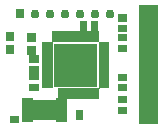
<source format=gbs>
G04 #@! TF.FileFunction,Soldermask,Bot*
%FSLAX46Y46*%
G04 Gerber Fmt 4.6, Leading zero omitted, Abs format (unit mm)*
G04 Created by KiCad (PCBNEW 4.0.4+e1-6308~48~ubuntu14.04.1-stable) date Sat Nov 26 19:44:48 2016*
%MOMM*%
%LPD*%
G01*
G04 APERTURE LIST*
%ADD10C,0.350000*%
G04 APERTURE END LIST*
D10*
G36*
X30276800Y-28491500D02*
X28702000Y-28491500D01*
X28702000Y-18433100D01*
X30276800Y-18433100D01*
X30276800Y-28491500D01*
X30276800Y-28491500D01*
G37*
G36*
X18535600Y-28392400D02*
X17735600Y-28392400D01*
X17735600Y-27792400D01*
X18535600Y-27792400D01*
X18535600Y-28392400D01*
X18535600Y-28392400D01*
G37*
G36*
X24303000Y-20620400D02*
X24304980Y-20634330D01*
X24310761Y-20647156D01*
X24319888Y-20657864D01*
X24331636Y-20665606D01*
X24345076Y-20669768D01*
X24353000Y-20670400D01*
X24553000Y-20670400D01*
X24566930Y-20668420D01*
X24579756Y-20662639D01*
X24590464Y-20653512D01*
X24598206Y-20641764D01*
X24602368Y-20628324D01*
X24603000Y-20620400D01*
X24603000Y-19793000D01*
X25203000Y-19793000D01*
X25203000Y-20620400D01*
X25204980Y-20634330D01*
X25210761Y-20647156D01*
X25219888Y-20657864D01*
X25231636Y-20665606D01*
X25245076Y-20669768D01*
X25253000Y-20670400D01*
X25317600Y-20670400D01*
X25317600Y-21495400D01*
X25319580Y-21509330D01*
X25325361Y-21522156D01*
X25334488Y-21532864D01*
X25346236Y-21540606D01*
X25359676Y-21544768D01*
X25367600Y-21545400D01*
X26192600Y-21545400D01*
X26192600Y-25495400D01*
X25367600Y-25495400D01*
X25353670Y-25497380D01*
X25340844Y-25503161D01*
X25330136Y-25512288D01*
X25322394Y-25524036D01*
X25318232Y-25537476D01*
X25317600Y-25545400D01*
X25317600Y-26370400D01*
X22650600Y-26370400D01*
X22636670Y-26372380D01*
X22623844Y-26378161D01*
X22613136Y-26387288D01*
X22605394Y-26399036D01*
X22601232Y-26412476D01*
X22600600Y-26420400D01*
X22600600Y-28330400D01*
X21650600Y-28330400D01*
X21650600Y-28205400D01*
X21648620Y-28191470D01*
X21642839Y-28178644D01*
X21633712Y-28167936D01*
X21621964Y-28160194D01*
X21608524Y-28156032D01*
X21600600Y-28155400D01*
X19750600Y-28155400D01*
X19736670Y-28157380D01*
X19723844Y-28163161D01*
X19713136Y-28172288D01*
X19705394Y-28184036D01*
X19701232Y-28197476D01*
X19700600Y-28205400D01*
X19700600Y-28330400D01*
X18750600Y-28330400D01*
X18750600Y-26330400D01*
X19700600Y-26330400D01*
X19700600Y-26455400D01*
X19702580Y-26469330D01*
X19708361Y-26482156D01*
X19717488Y-26492864D01*
X19729236Y-26500606D01*
X19742676Y-26504768D01*
X19750600Y-26505400D01*
X21600600Y-26505400D01*
X21614530Y-26503420D01*
X21627356Y-26497639D01*
X21638064Y-26488512D01*
X21645806Y-26476764D01*
X21649968Y-26463324D01*
X21650600Y-26455400D01*
X21650600Y-26330400D01*
X21817600Y-26330400D01*
X21831530Y-26328420D01*
X21844356Y-26322639D01*
X21855064Y-26313512D01*
X21862806Y-26301764D01*
X21866968Y-26288324D01*
X21867600Y-26280400D01*
X21867600Y-25470400D01*
X25242600Y-25470400D01*
X25256530Y-25468420D01*
X25269356Y-25462639D01*
X25280064Y-25453512D01*
X25287806Y-25441764D01*
X25291968Y-25428324D01*
X25292600Y-25420400D01*
X25292600Y-21620400D01*
X25290620Y-21606470D01*
X25284839Y-21593644D01*
X25275712Y-21582936D01*
X25263964Y-21575194D01*
X25250524Y-21571032D01*
X25242600Y-21570400D01*
X21442600Y-21570400D01*
X21428670Y-21572380D01*
X21415844Y-21578161D01*
X21405136Y-21587288D01*
X21397394Y-21599036D01*
X21393232Y-21612476D01*
X21392600Y-21620400D01*
X21392600Y-25495400D01*
X20492600Y-25495400D01*
X20492600Y-21545400D01*
X21317600Y-21545400D01*
X21331530Y-21543420D01*
X21344356Y-21537639D01*
X21355064Y-21528512D01*
X21362806Y-21516764D01*
X21366968Y-21503324D01*
X21367600Y-21495400D01*
X21367600Y-20670400D01*
X23653000Y-20670400D01*
X23666930Y-20668420D01*
X23679756Y-20662639D01*
X23690464Y-20653512D01*
X23698206Y-20641764D01*
X23702368Y-20628324D01*
X23703000Y-20620400D01*
X23703000Y-19793000D01*
X24303000Y-19793000D01*
X24303000Y-20620400D01*
X24303000Y-20620400D01*
G37*
G36*
X23972800Y-28136800D02*
X23372800Y-28136800D01*
X23372800Y-27336800D01*
X23972800Y-27336800D01*
X23972800Y-28136800D01*
X23972800Y-28136800D01*
G37*
G36*
X27700000Y-27650000D02*
X26900000Y-27650000D01*
X26900000Y-27050000D01*
X27700000Y-27050000D01*
X27700000Y-27650000D01*
X27700000Y-27650000D01*
G37*
G36*
X27700000Y-26750000D02*
X26900000Y-26750000D01*
X26900000Y-26150000D01*
X27700000Y-26150000D01*
X27700000Y-26750000D01*
X27700000Y-26750000D01*
G37*
G36*
X27700000Y-25750000D02*
X26900000Y-25750000D01*
X26900000Y-25150000D01*
X27700000Y-25150000D01*
X27700000Y-25750000D01*
X27700000Y-25750000D01*
G37*
G36*
X20186600Y-25711000D02*
X19386600Y-25711000D01*
X19386600Y-25111000D01*
X20186600Y-25111000D01*
X20186600Y-25711000D01*
X20186600Y-25711000D01*
G37*
G36*
X25167600Y-25345400D02*
X21517600Y-25345400D01*
X21517600Y-21695400D01*
X25167600Y-21695400D01*
X25167600Y-25345400D01*
X25167600Y-25345400D01*
G37*
G36*
X27700000Y-24850000D02*
X26900000Y-24850000D01*
X26900000Y-24250000D01*
X27700000Y-24250000D01*
X27700000Y-24850000D01*
X27700000Y-24850000D01*
G37*
G36*
X20186600Y-24811000D02*
X19386600Y-24811000D01*
X19386600Y-23601400D01*
X20186600Y-23601400D01*
X20186600Y-24811000D01*
X20186600Y-24811000D01*
G37*
G36*
X19940000Y-22651400D02*
X19941980Y-22665330D01*
X19947761Y-22678156D01*
X19956888Y-22688864D01*
X19968636Y-22696606D01*
X19982076Y-22700768D01*
X19990000Y-22701400D01*
X20186600Y-22701400D01*
X20186600Y-23301400D01*
X19386600Y-23301400D01*
X19386600Y-22750000D01*
X19384620Y-22736070D01*
X19378839Y-22723244D01*
X19369712Y-22712536D01*
X19357964Y-22704794D01*
X19344524Y-22700632D01*
X19336600Y-22700000D01*
X19240000Y-22700000D01*
X19240000Y-21900000D01*
X19940000Y-21900000D01*
X19940000Y-22651400D01*
X19940000Y-22651400D01*
G37*
G36*
X18130000Y-22599600D02*
X17430000Y-22599600D01*
X17430000Y-21799600D01*
X18130000Y-21799600D01*
X18130000Y-22599600D01*
X18130000Y-22599600D01*
G37*
G36*
X27700000Y-22400000D02*
X26900000Y-22400000D01*
X26900000Y-21800000D01*
X27700000Y-21800000D01*
X27700000Y-22400000D01*
X27700000Y-22400000D01*
G37*
G36*
X19940000Y-21600000D02*
X19240000Y-21600000D01*
X19240000Y-20800000D01*
X19940000Y-20800000D01*
X19940000Y-21600000D01*
X19940000Y-21600000D01*
G37*
G36*
X27700000Y-21500000D02*
X26900000Y-21500000D01*
X26900000Y-20900000D01*
X27700000Y-20900000D01*
X27700000Y-21500000D01*
X27700000Y-21500000D01*
G37*
G36*
X18130000Y-21499600D02*
X17430000Y-21499600D01*
X17430000Y-20699600D01*
X18130000Y-20699600D01*
X18130000Y-21499600D01*
X18130000Y-21499600D01*
G37*
G36*
X27705000Y-20732600D02*
X26905000Y-20732600D01*
X26905000Y-20132600D01*
X27705000Y-20132600D01*
X27705000Y-20732600D01*
X27705000Y-20732600D01*
G37*
G36*
X27705000Y-19832600D02*
X26905000Y-19832600D01*
X26905000Y-19232600D01*
X27705000Y-19232600D01*
X27705000Y-19832600D01*
X27705000Y-19832600D01*
G37*
G36*
X23737335Y-18804646D02*
X23808916Y-18819339D01*
X23876277Y-18847656D01*
X23936855Y-18888515D01*
X23988342Y-18940363D01*
X24028781Y-19001229D01*
X24056625Y-19068784D01*
X24070750Y-19140120D01*
X24070750Y-19140131D01*
X24070816Y-19140465D01*
X24069651Y-19223925D01*
X24069575Y-19224259D01*
X24069575Y-19224270D01*
X24053464Y-19295182D01*
X24023745Y-19361932D01*
X23981621Y-19421646D01*
X23928710Y-19472033D01*
X23867008Y-19511190D01*
X23798884Y-19537613D01*
X23726926Y-19550301D01*
X23653871Y-19548772D01*
X23582499Y-19533079D01*
X23515543Y-19503827D01*
X23455541Y-19462124D01*
X23404782Y-19409562D01*
X23365198Y-19348138D01*
X23338299Y-19280202D01*
X23325107Y-19208326D01*
X23326128Y-19135264D01*
X23341319Y-19063793D01*
X23370107Y-18996629D01*
X23411389Y-18936337D01*
X23463598Y-18885210D01*
X23524740Y-18845200D01*
X23592490Y-18817827D01*
X23664263Y-18804136D01*
X23737335Y-18804646D01*
X23737335Y-18804646D01*
G37*
G36*
X22467335Y-18804646D02*
X22538916Y-18819339D01*
X22606277Y-18847656D01*
X22666855Y-18888515D01*
X22718342Y-18940363D01*
X22758781Y-19001229D01*
X22786625Y-19068784D01*
X22800750Y-19140120D01*
X22800750Y-19140131D01*
X22800816Y-19140465D01*
X22799651Y-19223925D01*
X22799575Y-19224259D01*
X22799575Y-19224270D01*
X22783464Y-19295182D01*
X22753745Y-19361932D01*
X22711621Y-19421646D01*
X22658710Y-19472033D01*
X22597008Y-19511190D01*
X22528884Y-19537613D01*
X22456926Y-19550301D01*
X22383871Y-19548772D01*
X22312499Y-19533079D01*
X22245543Y-19503827D01*
X22185541Y-19462124D01*
X22134782Y-19409562D01*
X22095198Y-19348138D01*
X22068299Y-19280202D01*
X22055107Y-19208326D01*
X22056128Y-19135264D01*
X22071319Y-19063793D01*
X22100107Y-18996629D01*
X22141389Y-18936337D01*
X22193598Y-18885210D01*
X22254740Y-18845200D01*
X22322490Y-18817827D01*
X22394263Y-18804136D01*
X22467335Y-18804646D01*
X22467335Y-18804646D01*
G37*
G36*
X21197335Y-18804646D02*
X21268916Y-18819339D01*
X21336277Y-18847656D01*
X21396855Y-18888515D01*
X21448342Y-18940363D01*
X21488781Y-19001229D01*
X21516625Y-19068784D01*
X21530750Y-19140120D01*
X21530750Y-19140131D01*
X21530816Y-19140465D01*
X21529651Y-19223925D01*
X21529575Y-19224259D01*
X21529575Y-19224270D01*
X21513464Y-19295182D01*
X21483745Y-19361932D01*
X21441621Y-19421646D01*
X21388710Y-19472033D01*
X21327008Y-19511190D01*
X21258884Y-19537613D01*
X21186926Y-19550301D01*
X21113871Y-19548772D01*
X21042499Y-19533079D01*
X20975543Y-19503827D01*
X20915541Y-19462124D01*
X20864782Y-19409562D01*
X20825198Y-19348138D01*
X20798299Y-19280202D01*
X20785107Y-19208326D01*
X20786128Y-19135264D01*
X20801319Y-19063793D01*
X20830107Y-18996629D01*
X20871389Y-18936337D01*
X20923598Y-18885210D01*
X20984740Y-18845200D01*
X21052490Y-18817827D01*
X21124263Y-18804136D01*
X21197335Y-18804646D01*
X21197335Y-18804646D01*
G37*
G36*
X19927335Y-18804646D02*
X19998916Y-18819339D01*
X20066277Y-18847656D01*
X20126855Y-18888515D01*
X20178342Y-18940363D01*
X20218781Y-19001229D01*
X20246625Y-19068784D01*
X20260750Y-19140120D01*
X20260750Y-19140131D01*
X20260816Y-19140465D01*
X20259651Y-19223925D01*
X20259575Y-19224259D01*
X20259575Y-19224270D01*
X20243464Y-19295182D01*
X20213745Y-19361932D01*
X20171621Y-19421646D01*
X20118710Y-19472033D01*
X20057008Y-19511190D01*
X19988884Y-19537613D01*
X19916926Y-19550301D01*
X19843871Y-19548772D01*
X19772499Y-19533079D01*
X19705543Y-19503827D01*
X19645541Y-19462124D01*
X19594782Y-19409562D01*
X19555198Y-19348138D01*
X19528299Y-19280202D01*
X19515107Y-19208326D01*
X19516128Y-19135264D01*
X19531319Y-19063793D01*
X19560107Y-18996629D01*
X19601389Y-18936337D01*
X19653598Y-18885210D01*
X19714740Y-18845200D01*
X19782490Y-18817827D01*
X19854263Y-18804136D01*
X19927335Y-18804646D01*
X19927335Y-18804646D01*
G37*
G36*
X25007335Y-18804646D02*
X25078916Y-18819339D01*
X25146277Y-18847656D01*
X25206855Y-18888515D01*
X25258342Y-18940363D01*
X25298781Y-19001229D01*
X25326625Y-19068784D01*
X25340750Y-19140120D01*
X25340750Y-19140131D01*
X25340816Y-19140465D01*
X25339651Y-19223925D01*
X25339575Y-19224259D01*
X25339575Y-19224270D01*
X25323464Y-19295182D01*
X25293745Y-19361932D01*
X25251621Y-19421646D01*
X25198710Y-19472033D01*
X25137008Y-19511190D01*
X25068884Y-19537613D01*
X24996926Y-19550301D01*
X24923871Y-19548772D01*
X24852499Y-19533079D01*
X24785543Y-19503827D01*
X24725541Y-19462124D01*
X24674782Y-19409562D01*
X24635198Y-19348138D01*
X24608299Y-19280202D01*
X24595107Y-19208326D01*
X24596128Y-19135264D01*
X24611319Y-19063793D01*
X24640107Y-18996629D01*
X24681389Y-18936337D01*
X24733598Y-18885210D01*
X24794740Y-18845200D01*
X24862490Y-18817827D01*
X24934263Y-18804136D01*
X25007335Y-18804646D01*
X25007335Y-18804646D01*
G37*
G36*
X26277335Y-18804646D02*
X26348916Y-18819339D01*
X26416277Y-18847656D01*
X26476855Y-18888515D01*
X26528342Y-18940363D01*
X26568781Y-19001229D01*
X26596625Y-19068784D01*
X26610750Y-19140120D01*
X26610750Y-19140131D01*
X26610816Y-19140465D01*
X26609651Y-19223925D01*
X26609575Y-19224259D01*
X26609575Y-19224270D01*
X26593464Y-19295182D01*
X26563745Y-19361932D01*
X26521621Y-19421646D01*
X26468710Y-19472033D01*
X26407008Y-19511190D01*
X26338884Y-19537613D01*
X26266926Y-19550301D01*
X26193871Y-19548772D01*
X26122499Y-19533079D01*
X26055543Y-19503827D01*
X25995541Y-19462124D01*
X25944782Y-19409562D01*
X25905198Y-19348138D01*
X25878299Y-19280202D01*
X25865107Y-19208326D01*
X25866128Y-19135264D01*
X25881319Y-19063793D01*
X25910107Y-18996629D01*
X25951389Y-18936337D01*
X26003598Y-18885210D01*
X26064740Y-18845200D01*
X26132490Y-18817827D01*
X26204263Y-18804136D01*
X26277335Y-18804646D01*
X26277335Y-18804646D01*
G37*
G36*
X18990800Y-19549600D02*
X18245600Y-19549600D01*
X18245600Y-18804400D01*
X18990800Y-18804400D01*
X18990800Y-19549600D01*
X18990800Y-19549600D01*
G37*
M02*

</source>
